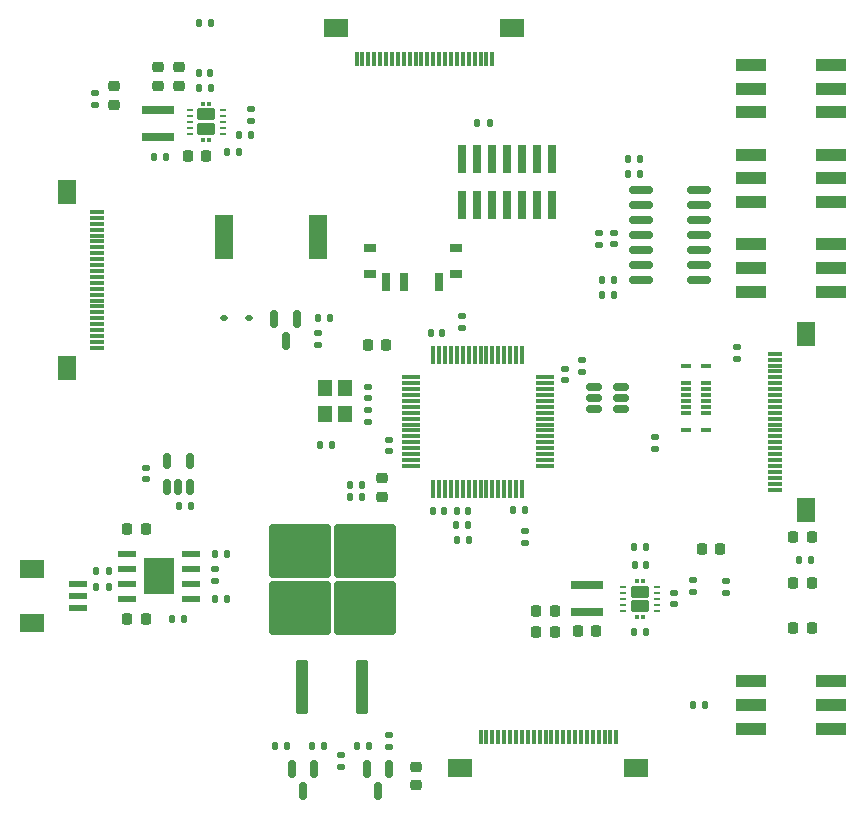
<source format=gbr>
%TF.GenerationSoftware,KiCad,Pcbnew,7.0.7-7.0.7~ubuntu22.04.1*%
%TF.CreationDate,2023-09-13T17:51:59+02:00*%
%TF.ProjectId,ShotClockProject,53686f74-436c-46f6-936b-50726f6a6563,rev?*%
%TF.SameCoordinates,Original*%
%TF.FileFunction,Paste,Top*%
%TF.FilePolarity,Positive*%
%FSLAX46Y46*%
G04 Gerber Fmt 4.6, Leading zero omitted, Abs format (unit mm)*
G04 Created by KiCad (PCBNEW 7.0.7-7.0.7~ubuntu22.04.1) date 2023-09-13 17:51:59*
%MOMM*%
%LPD*%
G01*
G04 APERTURE LIST*
G04 Aperture macros list*
%AMRoundRect*
0 Rectangle with rounded corners*
0 $1 Rounding radius*
0 $2 $3 $4 $5 $6 $7 $8 $9 X,Y pos of 4 corners*
0 Add a 4 corners polygon primitive as box body*
4,1,4,$2,$3,$4,$5,$6,$7,$8,$9,$2,$3,0*
0 Add four circle primitives for the rounded corners*
1,1,$1+$1,$2,$3*
1,1,$1+$1,$4,$5*
1,1,$1+$1,$6,$7*
1,1,$1+$1,$8,$9*
0 Add four rect primitives between the rounded corners*
20,1,$1+$1,$2,$3,$4,$5,0*
20,1,$1+$1,$4,$5,$6,$7,0*
20,1,$1+$1,$6,$7,$8,$9,0*
20,1,$1+$1,$8,$9,$2,$3,0*%
G04 Aperture macros list end*
%ADD10RoundRect,0.135000X-0.185000X0.135000X-0.185000X-0.135000X0.185000X-0.135000X0.185000X0.135000X0*%
%ADD11RoundRect,0.140000X-0.140000X-0.170000X0.140000X-0.170000X0.140000X0.170000X-0.140000X0.170000X0*%
%ADD12R,2.550000X1.000000*%
%ADD13RoundRect,0.135000X-0.135000X-0.185000X0.135000X-0.185000X0.135000X0.185000X-0.135000X0.185000X0*%
%ADD14R,0.300000X1.300000*%
%ADD15R,2.000000X1.600000*%
%ADD16RoundRect,0.140000X-0.170000X0.140000X-0.170000X-0.140000X0.170000X-0.140000X0.170000X0.140000X0*%
%ADD17R,1.300000X0.300000*%
%ADD18R,1.600000X2.000000*%
%ADD19RoundRect,0.112500X-0.187500X-0.112500X0.187500X-0.112500X0.187500X0.112500X-0.187500X0.112500X0*%
%ADD20RoundRect,0.218750X0.218750X0.256250X-0.218750X0.256250X-0.218750X-0.256250X0.218750X-0.256250X0*%
%ADD21RoundRect,0.225000X0.225000X0.250000X-0.225000X0.250000X-0.225000X-0.250000X0.225000X-0.250000X0*%
%ADD22RoundRect,0.135000X0.185000X-0.135000X0.185000X0.135000X-0.185000X0.135000X-0.185000X-0.135000X0*%
%ADD23RoundRect,0.135000X0.135000X0.185000X-0.135000X0.185000X-0.135000X-0.185000X0.135000X-0.185000X0*%
%ADD24R,2.700000X0.800000*%
%ADD25RoundRect,0.140000X0.170000X-0.140000X0.170000X0.140000X-0.170000X0.140000X-0.170000X-0.140000X0*%
%ADD26R,0.740000X2.400000*%
%ADD27RoundRect,0.150000X-0.825000X-0.150000X0.825000X-0.150000X0.825000X0.150000X-0.825000X0.150000X0*%
%ADD28RoundRect,0.225000X-0.225000X-0.250000X0.225000X-0.250000X0.225000X0.250000X-0.225000X0.250000X0*%
%ADD29R,2.600000X3.100000*%
%ADD30R,1.550000X0.600000*%
%ADD31R,2.000000X1.500000*%
%ADD32RoundRect,0.025000X-0.100000X-0.145000X0.100000X-0.145000X0.100000X0.145000X-0.100000X0.145000X0*%
%ADD33RoundRect,0.106000X-0.644000X-0.424000X0.644000X-0.424000X0.644000X0.424000X-0.644000X0.424000X0*%
%ADD34R,0.600000X0.240000*%
%ADD35RoundRect,0.150000X-0.150000X0.587500X-0.150000X-0.587500X0.150000X-0.587500X0.150000X0.587500X0*%
%ADD36RoundRect,0.075000X-0.700000X-0.075000X0.700000X-0.075000X0.700000X0.075000X-0.700000X0.075000X0*%
%ADD37RoundRect,0.075000X-0.075000X-0.700000X0.075000X-0.700000X0.075000X0.700000X-0.075000X0.700000X0*%
%ADD38R,0.870000X0.300000*%
%ADD39RoundRect,0.218750X0.256250X-0.218750X0.256250X0.218750X-0.256250X0.218750X-0.256250X-0.218750X0*%
%ADD40RoundRect,0.225000X-0.250000X0.225000X-0.250000X-0.225000X0.250000X-0.225000X0.250000X0.225000X0*%
%ADD41RoundRect,0.225000X0.250000X-0.225000X0.250000X0.225000X-0.250000X0.225000X-0.250000X-0.225000X0*%
%ADD42RoundRect,0.218750X-0.256250X0.218750X-0.256250X-0.218750X0.256250X-0.218750X0.256250X0.218750X0*%
%ADD43R,1.000000X0.800000*%
%ADD44R,0.700000X1.500000*%
%ADD45RoundRect,0.140000X0.140000X0.170000X-0.140000X0.170000X-0.140000X-0.170000X0.140000X-0.170000X0*%
%ADD46RoundRect,0.250000X0.300000X-2.050000X0.300000X2.050000X-0.300000X2.050000X-0.300000X-2.050000X0*%
%ADD47RoundRect,0.250000X2.375000X-2.025000X2.375000X2.025000X-2.375000X2.025000X-2.375000X-2.025000X0*%
%ADD48RoundRect,0.218750X-0.218750X-0.256250X0.218750X-0.256250X0.218750X0.256250X-0.218750X0.256250X0*%
%ADD49RoundRect,0.150000X0.150000X-0.512500X0.150000X0.512500X-0.150000X0.512500X-0.150000X-0.512500X0*%
%ADD50RoundRect,0.150000X0.512500X0.150000X-0.512500X0.150000X-0.512500X-0.150000X0.512500X-0.150000X0*%
%ADD51R,1.200000X1.400000*%
%ADD52R,1.600000X3.800000*%
G04 APERTURE END LIST*
D10*
%TO.C,R29*%
X178500000Y-115465000D03*
X178500000Y-116485000D03*
%TD*%
D11*
%TO.C,C23*%
X133920000Y-72517500D03*
X134880000Y-72517500D03*
%TD*%
D12*
%TO.C,SW3*%
X180620000Y-75800000D03*
X180620000Y-73800000D03*
X180620000Y-71800000D03*
X187380000Y-75800000D03*
X187380000Y-73800000D03*
X187380000Y-71800000D03*
%TD*%
D13*
%TO.C,R4*%
X133930000Y-68287500D03*
X134950000Y-68287500D03*
%TD*%
D14*
%TO.C,FPC3*%
X169250000Y-128700000D03*
X168750000Y-128700000D03*
X168250000Y-128700000D03*
X167750000Y-128700000D03*
X167250000Y-128700000D03*
X166750000Y-128700000D03*
X166250000Y-128700000D03*
X165750000Y-128700000D03*
X165250000Y-128700000D03*
X164750000Y-128700000D03*
X164250000Y-128700000D03*
X163750000Y-128700000D03*
X163250000Y-128700000D03*
X162750000Y-128700000D03*
X162250000Y-128700000D03*
X161750000Y-128700000D03*
X161250000Y-128700000D03*
X160750000Y-128700000D03*
X160250000Y-128700000D03*
X159750000Y-128700000D03*
X159250000Y-128700000D03*
X158750000Y-128700000D03*
X158250000Y-128700000D03*
X157750000Y-128700000D03*
D15*
X156050000Y-131300000D03*
X170950000Y-131300000D03*
%TD*%
D13*
%TO.C,R20*%
X155740000Y-112000000D03*
X156760000Y-112000000D03*
%TD*%
D11*
%TO.C,C18*%
X170790000Y-114175000D03*
X171750000Y-114175000D03*
%TD*%
D16*
%TO.C,C3*%
X164890000Y-97520000D03*
X164890000Y-98480000D03*
%TD*%
D17*
%TO.C,FPC2*%
X182700000Y-96250000D03*
X182700000Y-96750000D03*
X182700000Y-97250000D03*
X182700000Y-97750000D03*
X182700000Y-98250000D03*
X182700000Y-98750000D03*
X182700000Y-99250000D03*
X182700000Y-99750000D03*
X182700000Y-100250000D03*
X182700000Y-100750000D03*
X182700000Y-101250000D03*
X182700000Y-101750000D03*
X182700000Y-102250000D03*
X182700000Y-102750000D03*
X182700000Y-103250000D03*
X182700000Y-103750000D03*
X182700000Y-104250000D03*
X182700000Y-104750000D03*
X182700000Y-105250000D03*
X182700000Y-105750000D03*
X182700000Y-106250000D03*
X182700000Y-106750000D03*
X182700000Y-107250000D03*
X182700000Y-107750000D03*
D18*
X185300000Y-109450000D03*
X185300000Y-94550000D03*
%TD*%
D10*
%TO.C,R32*%
X138305000Y-75527500D03*
X138305000Y-76547500D03*
%TD*%
D17*
%TO.C,FPC4*%
X125300000Y-95750000D03*
X125300000Y-95250000D03*
X125300000Y-94750000D03*
X125300000Y-94250000D03*
X125300000Y-93750000D03*
X125300000Y-93250000D03*
X125300000Y-92750000D03*
X125300000Y-92250000D03*
X125300000Y-91750000D03*
X125300000Y-91250000D03*
X125300000Y-90750000D03*
X125300000Y-90250000D03*
X125300000Y-89750000D03*
X125300000Y-89250000D03*
X125300000Y-88750000D03*
X125300000Y-88250000D03*
X125300000Y-87750000D03*
X125300000Y-87250000D03*
X125300000Y-86750000D03*
X125300000Y-86250000D03*
X125300000Y-85750000D03*
X125300000Y-85250000D03*
X125300000Y-84750000D03*
X125300000Y-84250000D03*
D18*
X122700000Y-82550000D03*
X122700000Y-97450000D03*
%TD*%
D19*
%TO.C,D2*%
X136035000Y-93265000D03*
X138135000Y-93265000D03*
%TD*%
D20*
%TO.C,D1*%
X185787500Y-115625000D03*
X184212500Y-115625000D03*
%TD*%
D11*
%TO.C,C28*%
X170270000Y-81000000D03*
X171230000Y-81000000D03*
%TD*%
D21*
%TO.C,C21*%
X167525000Y-119750000D03*
X165975000Y-119750000D03*
%TD*%
D13*
%TO.C,R12*%
X157490000Y-76750000D03*
X158510000Y-76750000D03*
%TD*%
D22*
%TO.C,R17*%
X150000000Y-129520000D03*
X150000000Y-128500000D03*
%TD*%
D23*
%TO.C,R35*%
X169050000Y-91250000D03*
X168030000Y-91250000D03*
%TD*%
%TO.C,R14*%
X156710000Y-110750000D03*
X155690000Y-110750000D03*
%TD*%
D10*
%TO.C,R8*%
X166372840Y-96757283D03*
X166372840Y-97777283D03*
%TD*%
D21*
%TO.C,C1*%
X149750000Y-95500000D03*
X148200000Y-95500000D03*
%TD*%
D24*
%TO.C,L1*%
X166750000Y-118150000D03*
X166750000Y-115850000D03*
%TD*%
D25*
%TO.C,C11*%
X148250000Y-102000000D03*
X148250000Y-101040000D03*
%TD*%
D26*
%TO.C,J2*%
X163810000Y-79800000D03*
X163810000Y-83700000D03*
X162540000Y-79800000D03*
X162540000Y-83700000D03*
X161270000Y-79800000D03*
X161270000Y-83700000D03*
X160000000Y-79800000D03*
X160000000Y-83700000D03*
X158730000Y-79800000D03*
X158730000Y-83700000D03*
X157460000Y-79800000D03*
X157460000Y-83700000D03*
X156190000Y-79800000D03*
X156190000Y-83700000D03*
%TD*%
D27*
%TO.C,U5*%
X171300000Y-82380000D03*
X171300000Y-83650000D03*
X171300000Y-84920000D03*
X171300000Y-86190000D03*
X171300000Y-87460000D03*
X171300000Y-88730000D03*
X171300000Y-90000000D03*
X176250000Y-90000000D03*
X176250000Y-88730000D03*
X176250000Y-87460000D03*
X176250000Y-86190000D03*
X176250000Y-84920000D03*
X176250000Y-83650000D03*
X176250000Y-82380000D03*
%TD*%
D23*
%TO.C,R34*%
X171270000Y-79750000D03*
X170250000Y-79750000D03*
%TD*%
D13*
%TO.C,R30*%
X136290000Y-79200000D03*
X137310000Y-79200000D03*
%TD*%
%TO.C,R16*%
X125230000Y-116000000D03*
X126250000Y-116000000D03*
%TD*%
D22*
%TO.C,R11*%
X144000000Y-95525000D03*
X144000000Y-94505000D03*
%TD*%
%TO.C,R5*%
X179500000Y-96685000D03*
X179500000Y-95665000D03*
%TD*%
D28*
%TO.C,C15*%
X127840000Y-111130000D03*
X129390000Y-111130000D03*
%TD*%
D23*
%TO.C,R13*%
X136250000Y-113180000D03*
X135230000Y-113180000D03*
%TD*%
D29*
%TO.C,IC1*%
X130515000Y-115080000D03*
D30*
X133215000Y-116985000D03*
X133215000Y-115715000D03*
X133215000Y-114445000D03*
X133215000Y-113175000D03*
X127815000Y-113175000D03*
X127815000Y-114445000D03*
X127815000Y-115715000D03*
X127815000Y-116985000D03*
%TD*%
D11*
%TO.C,C16*%
X155720000Y-109550000D03*
X156680000Y-109550000D03*
%TD*%
D30*
%TO.C,J4*%
X123690000Y-115750000D03*
X123690000Y-116750000D03*
X123690000Y-117750000D03*
D31*
X119810000Y-119050000D03*
X119810000Y-114450000D03*
%TD*%
D13*
%TO.C,R22*%
X147295000Y-129445000D03*
X148315000Y-129445000D03*
%TD*%
D11*
%TO.C,C29*%
X168060000Y-90000000D03*
X169020000Y-90000000D03*
%TD*%
D20*
%TO.C,D5*%
X178037500Y-112775000D03*
X176462500Y-112775000D03*
%TD*%
D32*
%TO.C,U4*%
X134280000Y-75082500D03*
X134280000Y-78142500D03*
D33*
X134530000Y-75982500D03*
X134530000Y-77242500D03*
D32*
X134780000Y-75082500D03*
X134780000Y-78142500D03*
D34*
X133130000Y-75612500D03*
X133130000Y-76112500D03*
X133130000Y-76612500D03*
X133130000Y-77112500D03*
X133130000Y-77612500D03*
X135930000Y-77612500D03*
X135930000Y-77112500D03*
X135930000Y-76612500D03*
X135930000Y-76112500D03*
X135930000Y-75612500D03*
%TD*%
D25*
%TO.C,C10*%
X148250000Y-100000000D03*
X148250000Y-99040000D03*
%TD*%
D35*
%TO.C,Q4*%
X143675000Y-131380000D03*
X141775000Y-131380000D03*
X142725000Y-133255000D03*
%TD*%
D36*
%TO.C,U1*%
X151825000Y-98250000D03*
X151825000Y-98750000D03*
X151825000Y-99250000D03*
X151825000Y-99750000D03*
X151825000Y-100250000D03*
X151825000Y-100750000D03*
X151825000Y-101250000D03*
X151825000Y-101750000D03*
X151825000Y-102250000D03*
X151825000Y-102750000D03*
X151825000Y-103250000D03*
X151825000Y-103750000D03*
X151825000Y-104250000D03*
X151825000Y-104750000D03*
X151825000Y-105250000D03*
X151825000Y-105750000D03*
D37*
X153750000Y-107675000D03*
X154250000Y-107675000D03*
X154750000Y-107675000D03*
X155250000Y-107675000D03*
X155750000Y-107675000D03*
X156250000Y-107675000D03*
X156750000Y-107675000D03*
X157250000Y-107675000D03*
X157750000Y-107675000D03*
X158250000Y-107675000D03*
X158750000Y-107675000D03*
X159250000Y-107675000D03*
X159750000Y-107675000D03*
X160250000Y-107675000D03*
X160750000Y-107675000D03*
X161250000Y-107675000D03*
D36*
X163175000Y-105750000D03*
X163175000Y-105250000D03*
X163175000Y-104750000D03*
X163175000Y-104250000D03*
X163175000Y-103750000D03*
X163175000Y-103250000D03*
X163175000Y-102750000D03*
X163175000Y-102250000D03*
X163175000Y-101750000D03*
X163175000Y-101250000D03*
X163175000Y-100750000D03*
X163175000Y-100250000D03*
X163175000Y-99750000D03*
X163175000Y-99250000D03*
X163175000Y-98750000D03*
X163175000Y-98250000D03*
D37*
X161250000Y-96325000D03*
X160750000Y-96325000D03*
X160250000Y-96325000D03*
X159750000Y-96325000D03*
X159250000Y-96325000D03*
X158750000Y-96325000D03*
X158250000Y-96325000D03*
X157750000Y-96325000D03*
X157250000Y-96325000D03*
X156750000Y-96325000D03*
X156250000Y-96325000D03*
X155750000Y-96325000D03*
X155250000Y-96325000D03*
X154750000Y-96325000D03*
X154250000Y-96325000D03*
X153750000Y-96325000D03*
%TD*%
D38*
%TO.C,J1*%
X176865000Y-97250000D03*
X176865000Y-98750000D03*
X176865000Y-99250000D03*
X176865000Y-99750000D03*
X176865000Y-100250000D03*
X176865000Y-100750000D03*
X176865000Y-101250000D03*
X176865000Y-102750000D03*
X175135000Y-102750000D03*
X175135000Y-101250000D03*
X175135000Y-100750000D03*
X175135000Y-100250000D03*
X175135000Y-99750000D03*
X175135000Y-99250000D03*
X175135000Y-98750000D03*
X175135000Y-97250000D03*
%TD*%
D12*
%TO.C,SW4*%
X180620000Y-83400000D03*
X180620000Y-81400000D03*
X180620000Y-79400000D03*
X187380000Y-83400000D03*
X187380000Y-81400000D03*
X187380000Y-79400000D03*
%TD*%
D10*
%TO.C,R7*%
X172500000Y-103265000D03*
X172500000Y-104285000D03*
%TD*%
D25*
%TO.C,C22*%
X174150000Y-117455000D03*
X174150000Y-116495000D03*
%TD*%
D12*
%TO.C,SW1*%
X187380000Y-124000000D03*
X187380000Y-126000000D03*
X187380000Y-128000000D03*
X180620000Y-124000000D03*
X180620000Y-126000000D03*
X180620000Y-128000000D03*
%TD*%
D13*
%TO.C,R31*%
X133890000Y-73787500D03*
X134910000Y-73787500D03*
%TD*%
D39*
%TO.C,D6*%
X126675000Y-75175000D03*
X126675000Y-73600000D03*
%TD*%
D11*
%TO.C,C2*%
X153520000Y-94500000D03*
X154480000Y-94500000D03*
%TD*%
D13*
%TO.C,R9*%
X184740000Y-113750000D03*
X185760000Y-113750000D03*
%TD*%
D40*
%TO.C,C17*%
X152250000Y-131210000D03*
X152250000Y-132760000D03*
%TD*%
D13*
%TO.C,R15*%
X125230000Y-114650000D03*
X126250000Y-114650000D03*
%TD*%
D41*
%TO.C,C25*%
X132200000Y-73562500D03*
X132200000Y-72012500D03*
%TD*%
D28*
%TO.C,C20*%
X162475000Y-119800000D03*
X164025000Y-119800000D03*
%TD*%
D42*
%TO.C,FB1*%
X149400000Y-106812500D03*
X149400000Y-108387500D03*
%TD*%
D28*
%TO.C,C14*%
X127840000Y-118750000D03*
X129390000Y-118750000D03*
%TD*%
D43*
%TO.C,SW2*%
X155650000Y-89530000D03*
X155650000Y-87320000D03*
X148350000Y-89530000D03*
X148350000Y-87320000D03*
D44*
X154250000Y-90180000D03*
X151250000Y-90180000D03*
X149750000Y-90180000D03*
%TD*%
D45*
%TO.C,C8*%
X147680000Y-108400000D03*
X146720000Y-108400000D03*
%TD*%
D25*
%TO.C,C6*%
X150000000Y-104480000D03*
X150000000Y-103520000D03*
%TD*%
D46*
%TO.C,Q2*%
X142670000Y-124500000D03*
D47*
X142435000Y-117775000D03*
X147985000Y-117775000D03*
X142435000Y-112925000D03*
X147985000Y-112925000D03*
D46*
X147750000Y-124500000D03*
%TD*%
D13*
%TO.C,R27*%
X170760000Y-112635000D03*
X171780000Y-112635000D03*
%TD*%
D45*
%TO.C,C7*%
X147680000Y-107400000D03*
X146720000Y-107400000D03*
%TD*%
%TO.C,C5*%
X161480000Y-109500000D03*
X160520000Y-109500000D03*
%TD*%
D32*
%TO.C,U3*%
X171000000Y-115485000D03*
X171000000Y-118545000D03*
D33*
X171250000Y-116385000D03*
X171250000Y-117645000D03*
D32*
X171500000Y-115485000D03*
X171500000Y-118545000D03*
D34*
X169850000Y-116015000D03*
X169850000Y-116515000D03*
X169850000Y-117015000D03*
X169850000Y-117515000D03*
X169850000Y-118015000D03*
X172650000Y-118015000D03*
X172650000Y-117515000D03*
X172650000Y-117015000D03*
X172650000Y-116515000D03*
X172650000Y-116015000D03*
%TD*%
D35*
%TO.C,Q1*%
X142200000Y-93327500D03*
X140300000Y-93327500D03*
X141250000Y-95202500D03*
%TD*%
D22*
%TO.C,R2*%
X161500000Y-112260000D03*
X161500000Y-111240000D03*
%TD*%
D28*
%TO.C,C19*%
X162475000Y-118000000D03*
X164025000Y-118000000D03*
%TD*%
D23*
%TO.C,R1*%
X176760000Y-126000000D03*
X175740000Y-126000000D03*
%TD*%
D10*
%TO.C,R21*%
X135240000Y-114490000D03*
X135240000Y-115510000D03*
%TD*%
D48*
%TO.C,D3*%
X184212500Y-119500000D03*
X185787500Y-119500000D03*
%TD*%
%TO.C,D4*%
X184212500Y-111750000D03*
X185787500Y-111750000D03*
%TD*%
D49*
%TO.C,U2*%
X131215000Y-107567500D03*
X132165000Y-107567500D03*
X133115000Y-107567500D03*
X133115000Y-105292500D03*
X131215000Y-105292500D03*
%TD*%
D10*
%TO.C,R6*%
X156200000Y-93090000D03*
X156200000Y-94110000D03*
%TD*%
D28*
%TO.C,C26*%
X132990000Y-79537500D03*
X134540000Y-79537500D03*
%TD*%
D50*
%TO.C,U6*%
X169637500Y-100950000D03*
X169637500Y-100000000D03*
X169637500Y-99050000D03*
X167362500Y-99050000D03*
X167362500Y-100000000D03*
X167362500Y-100950000D03*
%TD*%
D22*
%TO.C,R36*%
X167800000Y-87010000D03*
X167800000Y-85990000D03*
%TD*%
D41*
%TO.C,C24*%
X130415000Y-73562500D03*
X130415000Y-72012500D03*
%TD*%
D16*
%TO.C,C13*%
X129415000Y-105900000D03*
X129415000Y-106860000D03*
%TD*%
D51*
%TO.C,Y1*%
X144610000Y-99150000D03*
X144610000Y-101350000D03*
X146310000Y-101350000D03*
X146310000Y-99150000D03*
%TD*%
D13*
%TO.C,R19*%
X140310000Y-129445000D03*
X141330000Y-129445000D03*
%TD*%
%TO.C,R10*%
X143990000Y-93265000D03*
X145010000Y-93265000D03*
%TD*%
D45*
%TO.C,C4*%
X154645000Y-109550000D03*
X153685000Y-109550000D03*
%TD*%
%TO.C,C9*%
X145143431Y-104000000D03*
X144183431Y-104000000D03*
%TD*%
%TO.C,C12*%
X133195000Y-109180000D03*
X132235000Y-109180000D03*
%TD*%
D22*
%TO.C,R33*%
X125125000Y-75172500D03*
X125125000Y-74152500D03*
%TD*%
D13*
%TO.C,R3*%
X130090000Y-79600000D03*
X131110000Y-79600000D03*
%TD*%
D14*
%TO.C,FPC1*%
X147250000Y-71300000D03*
X147750000Y-71300000D03*
X148250000Y-71300000D03*
X148750000Y-71300000D03*
X149250000Y-71300000D03*
X149750000Y-71300000D03*
X150250000Y-71300000D03*
X150750000Y-71300000D03*
X151250000Y-71300000D03*
X151750000Y-71300000D03*
X152250000Y-71300000D03*
X152750000Y-71300000D03*
X153250000Y-71300000D03*
X153750000Y-71300000D03*
X154250000Y-71300000D03*
X154750000Y-71300000D03*
X155250000Y-71300000D03*
X155750000Y-71300000D03*
X156250000Y-71300000D03*
X156750000Y-71300000D03*
X157250000Y-71300000D03*
X157750000Y-71300000D03*
X158250000Y-71300000D03*
X158750000Y-71300000D03*
D15*
X160450000Y-68700000D03*
X145550000Y-68700000D03*
%TD*%
D35*
%TO.C,Q3*%
X150025000Y-131380000D03*
X148125000Y-131380000D03*
X149075000Y-133255000D03*
%TD*%
D13*
%TO.C,R25*%
X131655000Y-118750000D03*
X132675000Y-118750000D03*
%TD*%
D10*
%TO.C,R28*%
X175750000Y-115415000D03*
X175750000Y-116435000D03*
%TD*%
D13*
%TO.C,R26*%
X170740000Y-119815000D03*
X171760000Y-119815000D03*
%TD*%
D23*
%TO.C,R18*%
X144505000Y-129445000D03*
X143485000Y-129445000D03*
%TD*%
D11*
%TO.C,C27*%
X137325000Y-77747500D03*
X138285000Y-77747500D03*
%TD*%
D10*
%TO.C,R23*%
X145900000Y-130205000D03*
X145900000Y-131225000D03*
%TD*%
D16*
%TO.C,C30*%
X169050000Y-86020000D03*
X169050000Y-86980000D03*
%TD*%
D52*
%TO.C,BUZZER1*%
X136000000Y-86400000D03*
X144000000Y-86400000D03*
%TD*%
D13*
%TO.C,R24*%
X135230000Y-117000000D03*
X136250000Y-117000000D03*
%TD*%
D24*
%TO.C,L2*%
X130450000Y-77937500D03*
X130450000Y-75637500D03*
%TD*%
D12*
%TO.C,SW5*%
X180620000Y-91000000D03*
X180620000Y-89000000D03*
X180620000Y-87000000D03*
X187380000Y-91000000D03*
X187380000Y-89000000D03*
X187380000Y-87000000D03*
%TD*%
M02*

</source>
